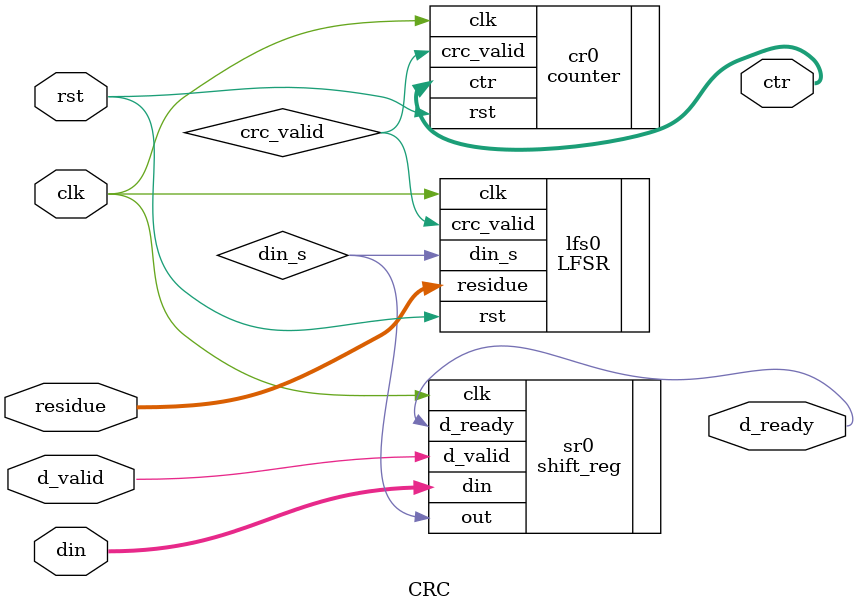
<source format=v>
module CRC(input [7:0] din,
             input [7:0] residue,
             input clk,rst,d_valid,
             output [4:0] ctr,
             output d_ready);

    wire din_s,crc_valid;

    shift_reg sr0 (.din(din),.d_valid(d_valid),.clk(clk),.out(din_s),.d_ready(d_ready));
    LFSR lfs0 (.din_s(din_s),.residue(residue),.clk(clk),.rst(rst),.crc_valid(crc_valid));
    counter cr0 (.clk(clk),.rst(rst),.crc_valid(crc_valid),.ctr(ctr));
  
endmodule
    


</source>
